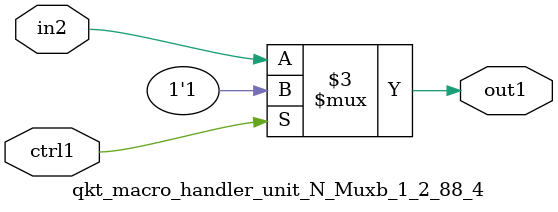
<source format=v>

`timescale 1ps / 1ps


module qkt_macro_handler_unit_N_Muxb_1_2_88_4( in2, ctrl1, out1 );

    input in2;
    input ctrl1;
    output out1;
    reg out1;

    
    // rtl_process:qkt_macro_handler_unit_N_Muxb_1_2_88_4/qkt_macro_handler_unit_N_Muxb_1_2_88_4_thread_1
    always @*
      begin : qkt_macro_handler_unit_N_Muxb_1_2_88_4_thread_1
        case (ctrl1) 
          1'b1: 
            begin
              out1 = 1'b1;
            end
          default: 
            begin
              out1 = in2;
            end
        endcase
      end

endmodule





</source>
